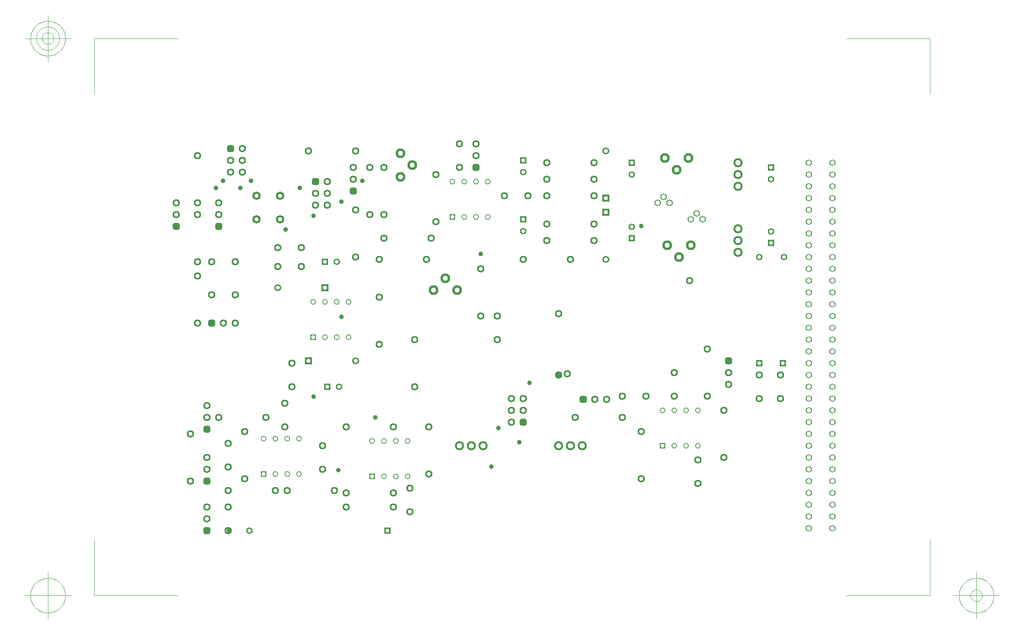
<source format=gbr>
G04 Generated by Ultiboard 10.0 *
%FSLAX25Y25*%
%MOIN*%

%ADD22C,0.00394*%
%ADD20C,0.03937*%
%ADD29C,0.06334X0.03500*%
%ADD30C,0.05500X0.04000*%
%ADD31C,0.08334X0.04333*%
%ADD32R,0.04900X0.04900X0.03500*%
%ADD33C,0.04900X0.03500*%
%ADD34C,0.05512X0.03150*%
%ADD35R,0.05512X0.05512X0.03150*%
%ADD36C,0.05906X0.03543*%
%ADD37R,0.05906X0.05906X0.03543*%
%ADD38R,0.02083X0.02083X0.03917*%
%ADD18C,0.03917*%
%ADD39C,0.07166X0.03500*%
%ADD40C,0.07834X0.04667*%
%ADD41C,0.05337X0.03937*%


G04 ColorRGB FF00CC for the following layer *
%LNL_uc100f6tzinnmaske Oberseite*%
%LPD*%
%FSLAX25Y25*%
%MOIN*%
G54D22*
X-17512Y-14937D02*
X-17512Y32308D01*
X-17512Y-14937D02*
X53291Y-14937D01*
X690512Y-14937D02*
X619709Y-14937D01*
X690512Y-14937D02*
X690512Y32308D01*
X690512Y457512D02*
X690512Y410267D01*
X690512Y457512D02*
X619709Y457512D01*
X-17512Y457512D02*
X53291Y457512D01*
X-17512Y457512D02*
X-17512Y410267D01*
X-37197Y-14937D02*
X-76567Y-14937D01*
X-56882Y-34622D02*
X-56882Y4748D01*
X-42118Y-14937D02*
X-42189Y-13490D01*
X-42189Y-13490D02*
X-42402Y-12057D01*
X-42402Y-12057D02*
X-42754Y-10651D01*
X-42754Y-10651D02*
X-43242Y-9287D01*
X-43242Y-9287D02*
X-43861Y-7977D01*
X-43861Y-7977D02*
X-44606Y-6735D01*
X-44606Y-6735D02*
X-45469Y-5571D01*
X-45469Y-5571D02*
X-46442Y-4497D01*
X-46442Y-4497D02*
X-47516Y-3524D01*
X-47516Y-3524D02*
X-48680Y-2661D01*
X-48680Y-2661D02*
X-49922Y-1917D01*
X-49922Y-1917D02*
X-51232Y-1297D01*
X-51232Y-1297D02*
X-52596Y-809D01*
X-52596Y-809D02*
X-54002Y-457D01*
X-54002Y-457D02*
X-55435Y-244D01*
X-55435Y-244D02*
X-56882Y-173D01*
X-56882Y-173D02*
X-58329Y-244D01*
X-58329Y-244D02*
X-59762Y-457D01*
X-59762Y-457D02*
X-61168Y-809D01*
X-61168Y-809D02*
X-62532Y-1297D01*
X-62532Y-1297D02*
X-63841Y-1917D01*
X-63841Y-1917D02*
X-65084Y-2661D01*
X-65084Y-2661D02*
X-66248Y-3524D01*
X-66248Y-3524D02*
X-67321Y-4497D01*
X-67321Y-4497D02*
X-68294Y-5571D01*
X-68294Y-5571D02*
X-69158Y-6735D01*
X-69158Y-6735D02*
X-69902Y-7977D01*
X-69902Y-7977D02*
X-70522Y-9287D01*
X-70522Y-9287D02*
X-71010Y-10651D01*
X-71010Y-10651D02*
X-71362Y-12057D01*
X-71362Y-12057D02*
X-71575Y-13490D01*
X-71575Y-13490D02*
X-71646Y-14937D01*
X-71646Y-14937D02*
X-71575Y-16384D01*
X-71575Y-16384D02*
X-71362Y-17817D01*
X-71362Y-17817D02*
X-71010Y-19223D01*
X-71010Y-19223D02*
X-70522Y-20587D01*
X-70522Y-20587D02*
X-69902Y-21897D01*
X-69902Y-21897D02*
X-69158Y-23139D01*
X-69158Y-23139D02*
X-68294Y-24303D01*
X-68294Y-24303D02*
X-67321Y-25377D01*
X-67321Y-25377D02*
X-66248Y-26350D01*
X-66248Y-26350D02*
X-65084Y-27213D01*
X-65084Y-27213D02*
X-63841Y-27957D01*
X-63841Y-27957D02*
X-62532Y-28577D01*
X-62532Y-28577D02*
X-61168Y-29065D01*
X-61168Y-29065D02*
X-59762Y-29417D01*
X-59762Y-29417D02*
X-58329Y-29630D01*
X-58329Y-29630D02*
X-56882Y-29701D01*
X-56882Y-29701D02*
X-55435Y-29630D01*
X-55435Y-29630D02*
X-54002Y-29417D01*
X-54002Y-29417D02*
X-52596Y-29065D01*
X-52596Y-29065D02*
X-51232Y-28577D01*
X-51232Y-28577D02*
X-49922Y-27957D01*
X-49922Y-27957D02*
X-48680Y-27213D01*
X-48680Y-27213D02*
X-47516Y-26350D01*
X-47516Y-26350D02*
X-46442Y-25377D01*
X-46442Y-25377D02*
X-45469Y-24303D01*
X-45469Y-24303D02*
X-44606Y-23139D01*
X-44606Y-23139D02*
X-43861Y-21897D01*
X-43861Y-21897D02*
X-43242Y-20587D01*
X-43242Y-20587D02*
X-42754Y-19223D01*
X-42754Y-19223D02*
X-42402Y-17817D01*
X-42402Y-17817D02*
X-42189Y-16384D01*
X-42189Y-16384D02*
X-42118Y-14937D01*
X710197Y-14937D02*
X749567Y-14937D01*
X729882Y-34622D02*
X729882Y4748D01*
X744646Y-14937D02*
X744575Y-13490D01*
X744575Y-13490D02*
X744362Y-12057D01*
X744362Y-12057D02*
X744010Y-10651D01*
X744010Y-10651D02*
X743522Y-9287D01*
X743522Y-9287D02*
X742902Y-7977D01*
X742902Y-7977D02*
X742158Y-6735D01*
X742158Y-6735D02*
X741294Y-5571D01*
X741294Y-5571D02*
X740321Y-4497D01*
X740321Y-4497D02*
X739248Y-3524D01*
X739248Y-3524D02*
X738084Y-2661D01*
X738084Y-2661D02*
X736841Y-1917D01*
X736841Y-1917D02*
X735532Y-1297D01*
X735532Y-1297D02*
X734168Y-809D01*
X734168Y-809D02*
X732762Y-457D01*
X732762Y-457D02*
X731329Y-244D01*
X731329Y-244D02*
X729882Y-173D01*
X729882Y-173D02*
X728435Y-244D01*
X728435Y-244D02*
X727002Y-457D01*
X727002Y-457D02*
X725596Y-809D01*
X725596Y-809D02*
X724232Y-1297D01*
X724232Y-1297D02*
X722922Y-1917D01*
X722922Y-1917D02*
X721680Y-2661D01*
X721680Y-2661D02*
X720516Y-3524D01*
X720516Y-3524D02*
X719442Y-4497D01*
X719442Y-4497D02*
X718469Y-5571D01*
X718469Y-5571D02*
X717606Y-6735D01*
X717606Y-6735D02*
X716861Y-7977D01*
X716861Y-7977D02*
X716242Y-9287D01*
X716242Y-9287D02*
X715754Y-10651D01*
X715754Y-10651D02*
X715402Y-12057D01*
X715402Y-12057D02*
X715189Y-13490D01*
X715189Y-13490D02*
X715118Y-14937D01*
X715118Y-14937D02*
X715189Y-16384D01*
X715189Y-16384D02*
X715402Y-17817D01*
X715402Y-17817D02*
X715754Y-19223D01*
X715754Y-19223D02*
X716242Y-20587D01*
X716242Y-20587D02*
X716861Y-21897D01*
X716861Y-21897D02*
X717606Y-23139D01*
X717606Y-23139D02*
X718469Y-24303D01*
X718469Y-24303D02*
X719442Y-25377D01*
X719442Y-25377D02*
X720516Y-26350D01*
X720516Y-26350D02*
X721680Y-27213D01*
X721680Y-27213D02*
X722922Y-27957D01*
X722922Y-27957D02*
X724232Y-28577D01*
X724232Y-28577D02*
X725596Y-29065D01*
X725596Y-29065D02*
X727002Y-29417D01*
X727002Y-29417D02*
X728435Y-29630D01*
X728435Y-29630D02*
X729882Y-29701D01*
X729882Y-29701D02*
X731329Y-29630D01*
X731329Y-29630D02*
X732762Y-29417D01*
X732762Y-29417D02*
X734168Y-29065D01*
X734168Y-29065D02*
X735532Y-28577D01*
X735532Y-28577D02*
X736841Y-27957D01*
X736841Y-27957D02*
X738084Y-27213D01*
X738084Y-27213D02*
X739248Y-26350D01*
X739248Y-26350D02*
X740321Y-25377D01*
X740321Y-25377D02*
X741294Y-24303D01*
X741294Y-24303D02*
X742158Y-23139D01*
X742158Y-23139D02*
X742902Y-21897D01*
X742902Y-21897D02*
X743522Y-20587D01*
X743522Y-20587D02*
X744010Y-19223D01*
X744010Y-19223D02*
X744362Y-17817D01*
X744362Y-17817D02*
X744575Y-16384D01*
X744575Y-16384D02*
X744646Y-14937D01*
X734803Y-14937D02*
X734779Y-14455D01*
X734779Y-14455D02*
X734709Y-13977D01*
X734709Y-13977D02*
X734591Y-13508D01*
X734591Y-13508D02*
X734429Y-13054D01*
X734429Y-13054D02*
X734222Y-12617D01*
X734222Y-12617D02*
X733974Y-12203D01*
X733974Y-12203D02*
X733686Y-11815D01*
X733686Y-11815D02*
X733362Y-11457D01*
X733362Y-11457D02*
X733004Y-11133D01*
X733004Y-11133D02*
X732616Y-10845D01*
X732616Y-10845D02*
X732202Y-10597D01*
X732202Y-10597D02*
X731765Y-10390D01*
X731765Y-10390D02*
X731310Y-10228D01*
X731310Y-10228D02*
X730842Y-10110D01*
X730842Y-10110D02*
X730364Y-10039D01*
X730364Y-10039D02*
X729882Y-10016D01*
X729882Y-10016D02*
X729400Y-10039D01*
X729400Y-10039D02*
X728922Y-10110D01*
X728922Y-10110D02*
X728453Y-10228D01*
X728453Y-10228D02*
X727999Y-10390D01*
X727999Y-10390D02*
X727562Y-10597D01*
X727562Y-10597D02*
X727148Y-10845D01*
X727148Y-10845D02*
X726760Y-11133D01*
X726760Y-11133D02*
X726402Y-11457D01*
X726402Y-11457D02*
X726078Y-11815D01*
X726078Y-11815D02*
X725790Y-12203D01*
X725790Y-12203D02*
X725542Y-12617D01*
X725542Y-12617D02*
X725335Y-13054D01*
X725335Y-13054D02*
X725173Y-13508D01*
X725173Y-13508D02*
X725055Y-13977D01*
X725055Y-13977D02*
X724984Y-14455D01*
X724984Y-14455D02*
X724961Y-14937D01*
X724961Y-14937D02*
X724984Y-15419D01*
X724984Y-15419D02*
X725055Y-15897D01*
X725055Y-15897D02*
X725173Y-16366D01*
X725173Y-16366D02*
X725335Y-16820D01*
X725335Y-16820D02*
X725542Y-17257D01*
X725542Y-17257D02*
X725790Y-17671D01*
X725790Y-17671D02*
X726078Y-18059D01*
X726078Y-18059D02*
X726402Y-18417D01*
X726402Y-18417D02*
X726760Y-18741D01*
X726760Y-18741D02*
X727148Y-19029D01*
X727148Y-19029D02*
X727562Y-19277D01*
X727562Y-19277D02*
X727999Y-19484D01*
X727999Y-19484D02*
X728453Y-19646D01*
X728453Y-19646D02*
X728922Y-19764D01*
X728922Y-19764D02*
X729400Y-19835D01*
X729400Y-19835D02*
X729882Y-19858D01*
X729882Y-19858D02*
X730364Y-19835D01*
X730364Y-19835D02*
X730842Y-19764D01*
X730842Y-19764D02*
X731310Y-19646D01*
X731310Y-19646D02*
X731765Y-19484D01*
X731765Y-19484D02*
X732202Y-19277D01*
X732202Y-19277D02*
X732616Y-19029D01*
X732616Y-19029D02*
X733004Y-18741D01*
X733004Y-18741D02*
X733362Y-18417D01*
X733362Y-18417D02*
X733686Y-18059D01*
X733686Y-18059D02*
X733974Y-17671D01*
X733974Y-17671D02*
X734222Y-17257D01*
X734222Y-17257D02*
X734429Y-16820D01*
X734429Y-16820D02*
X734591Y-16366D01*
X734591Y-16366D02*
X734709Y-15897D01*
X734709Y-15897D02*
X734779Y-15419D01*
X734779Y-15419D02*
X734803Y-14937D01*
X-37197Y457512D02*
X-76567Y457512D01*
X-56882Y437827D02*
X-56882Y477197D01*
X-42118Y457512D02*
X-42189Y458959D01*
X-42189Y458959D02*
X-42402Y460392D01*
X-42402Y460392D02*
X-42754Y461798D01*
X-42754Y461798D02*
X-43242Y463162D01*
X-43242Y463162D02*
X-43861Y464471D01*
X-43861Y464471D02*
X-44606Y465714D01*
X-44606Y465714D02*
X-45469Y466878D01*
X-45469Y466878D02*
X-46442Y467951D01*
X-46442Y467951D02*
X-47516Y468924D01*
X-47516Y468924D02*
X-48680Y469787D01*
X-48680Y469787D02*
X-49922Y470532D01*
X-49922Y470532D02*
X-51232Y471152D01*
X-51232Y471152D02*
X-52596Y471640D01*
X-52596Y471640D02*
X-54002Y471992D01*
X-54002Y471992D02*
X-55435Y472205D01*
X-55435Y472205D02*
X-56882Y472276D01*
X-56882Y472276D02*
X-58329Y472205D01*
X-58329Y472205D02*
X-59762Y471992D01*
X-59762Y471992D02*
X-61168Y471640D01*
X-61168Y471640D02*
X-62532Y471152D01*
X-62532Y471152D02*
X-63841Y470532D01*
X-63841Y470532D02*
X-65084Y469787D01*
X-65084Y469787D02*
X-66248Y468924D01*
X-66248Y468924D02*
X-67321Y467951D01*
X-67321Y467951D02*
X-68294Y466878D01*
X-68294Y466878D02*
X-69158Y465714D01*
X-69158Y465714D02*
X-69902Y464471D01*
X-69902Y464471D02*
X-70522Y463162D01*
X-70522Y463162D02*
X-71010Y461798D01*
X-71010Y461798D02*
X-71362Y460392D01*
X-71362Y460392D02*
X-71575Y458959D01*
X-71575Y458959D02*
X-71646Y457512D01*
X-71646Y457512D02*
X-71575Y456065D01*
X-71575Y456065D02*
X-71362Y454632D01*
X-71362Y454632D02*
X-71010Y453226D01*
X-71010Y453226D02*
X-70522Y451862D01*
X-70522Y451862D02*
X-69902Y450552D01*
X-69902Y450552D02*
X-69158Y449310D01*
X-69158Y449310D02*
X-68294Y448146D01*
X-68294Y448146D02*
X-67321Y447072D01*
X-67321Y447072D02*
X-66248Y446099D01*
X-66248Y446099D02*
X-65084Y445236D01*
X-65084Y445236D02*
X-63841Y444491D01*
X-63841Y444491D02*
X-62532Y443872D01*
X-62532Y443872D02*
X-61168Y443384D01*
X-61168Y443384D02*
X-59762Y443032D01*
X-59762Y443032D02*
X-58329Y442819D01*
X-58329Y442819D02*
X-56882Y442748D01*
X-56882Y442748D02*
X-55435Y442819D01*
X-55435Y442819D02*
X-54002Y443032D01*
X-54002Y443032D02*
X-52596Y443384D01*
X-52596Y443384D02*
X-51232Y443872D01*
X-51232Y443872D02*
X-49922Y444491D01*
X-49922Y444491D02*
X-48680Y445236D01*
X-48680Y445236D02*
X-47516Y446099D01*
X-47516Y446099D02*
X-46442Y447072D01*
X-46442Y447072D02*
X-45469Y448146D01*
X-45469Y448146D02*
X-44606Y449310D01*
X-44606Y449310D02*
X-43861Y450552D01*
X-43861Y450552D02*
X-43242Y451862D01*
X-43242Y451862D02*
X-42754Y453226D01*
X-42754Y453226D02*
X-42402Y454632D01*
X-42402Y454632D02*
X-42189Y456065D01*
X-42189Y456065D02*
X-42118Y457512D01*
X-47039Y457512D02*
X-47087Y458477D01*
X-47087Y458477D02*
X-47228Y459432D01*
X-47228Y459432D02*
X-47463Y460369D01*
X-47463Y460369D02*
X-47789Y461278D01*
X-47789Y461278D02*
X-48202Y462152D01*
X-48202Y462152D02*
X-48698Y462980D01*
X-48698Y462980D02*
X-49274Y463756D01*
X-49274Y463756D02*
X-49922Y464472D01*
X-49922Y464472D02*
X-50638Y465120D01*
X-50638Y465120D02*
X-51414Y465696D01*
X-51414Y465696D02*
X-52242Y466192D01*
X-52242Y466192D02*
X-53115Y466605D01*
X-53115Y466605D02*
X-54025Y466931D01*
X-54025Y466931D02*
X-54962Y467165D01*
X-54962Y467165D02*
X-55917Y467307D01*
X-55917Y467307D02*
X-56882Y467354D01*
X-56882Y467354D02*
X-57847Y467307D01*
X-57847Y467307D02*
X-58802Y467165D01*
X-58802Y467165D02*
X-59739Y466931D01*
X-59739Y466931D02*
X-60648Y466605D01*
X-60648Y466605D02*
X-61522Y466192D01*
X-61522Y466192D02*
X-62350Y465696D01*
X-62350Y465696D02*
X-63126Y465120D01*
X-63126Y465120D02*
X-63842Y464472D01*
X-63842Y464472D02*
X-64490Y463756D01*
X-64490Y463756D02*
X-65066Y462980D01*
X-65066Y462980D02*
X-65562Y462152D01*
X-65562Y462152D02*
X-65975Y461278D01*
X-65975Y461278D02*
X-66301Y460369D01*
X-66301Y460369D02*
X-66535Y459432D01*
X-66535Y459432D02*
X-66677Y458477D01*
X-66677Y458477D02*
X-66724Y457512D01*
X-66724Y457512D02*
X-66677Y456547D01*
X-66677Y456547D02*
X-66535Y455592D01*
X-66535Y455592D02*
X-66301Y454655D01*
X-66301Y454655D02*
X-65975Y453745D01*
X-65975Y453745D02*
X-65562Y452872D01*
X-65562Y452872D02*
X-65066Y452044D01*
X-65066Y452044D02*
X-64490Y451268D01*
X-64490Y451268D02*
X-63842Y450552D01*
X-63842Y450552D02*
X-63126Y449903D01*
X-63126Y449903D02*
X-62350Y449328D01*
X-62350Y449328D02*
X-61522Y448831D01*
X-61522Y448831D02*
X-60648Y448419D01*
X-60648Y448419D02*
X-59739Y448093D01*
X-59739Y448093D02*
X-58802Y447858D01*
X-58802Y447858D02*
X-57847Y447717D01*
X-57847Y447717D02*
X-56882Y447669D01*
X-56882Y447669D02*
X-55917Y447717D01*
X-55917Y447717D02*
X-54962Y447858D01*
X-54962Y447858D02*
X-54025Y448093D01*
X-54025Y448093D02*
X-53115Y448419D01*
X-53115Y448419D02*
X-52242Y448831D01*
X-52242Y448831D02*
X-51414Y449328D01*
X-51414Y449328D02*
X-50638Y449903D01*
X-50638Y449903D02*
X-49922Y450552D01*
X-49922Y450552D02*
X-49274Y451268D01*
X-49274Y451268D02*
X-48698Y452044D01*
X-48698Y452044D02*
X-48202Y452872D01*
X-48202Y452872D02*
X-47789Y453745D01*
X-47789Y453745D02*
X-47463Y454655D01*
X-47463Y454655D02*
X-47228Y455592D01*
X-47228Y455592D02*
X-47087Y456547D01*
X-47087Y456547D02*
X-47039Y457512D01*
X-51961Y457512D02*
X-51984Y457994D01*
X-51984Y457994D02*
X-52055Y458472D01*
X-52055Y458472D02*
X-52173Y458940D01*
X-52173Y458940D02*
X-52335Y459395D01*
X-52335Y459395D02*
X-52542Y459832D01*
X-52542Y459832D02*
X-52790Y460246D01*
X-52790Y460246D02*
X-53078Y460634D01*
X-53078Y460634D02*
X-53402Y460992D01*
X-53402Y460992D02*
X-53760Y461316D01*
X-53760Y461316D02*
X-54148Y461604D01*
X-54148Y461604D02*
X-54562Y461852D01*
X-54562Y461852D02*
X-54999Y462058D01*
X-54999Y462058D02*
X-55453Y462221D01*
X-55453Y462221D02*
X-55922Y462339D01*
X-55922Y462339D02*
X-56400Y462409D01*
X-56400Y462409D02*
X-56882Y462433D01*
X-56882Y462433D02*
X-57364Y462409D01*
X-57364Y462409D02*
X-57842Y462339D01*
X-57842Y462339D02*
X-58310Y462221D01*
X-58310Y462221D02*
X-58765Y462058D01*
X-58765Y462058D02*
X-59202Y461852D01*
X-59202Y461852D02*
X-59616Y461604D01*
X-59616Y461604D02*
X-60004Y461316D01*
X-60004Y461316D02*
X-60362Y460992D01*
X-60362Y460992D02*
X-60686Y460634D01*
X-60686Y460634D02*
X-60974Y460246D01*
X-60974Y460246D02*
X-61222Y459832D01*
X-61222Y459832D02*
X-61429Y459395D01*
X-61429Y459395D02*
X-61591Y458940D01*
X-61591Y458940D02*
X-61709Y458472D01*
X-61709Y458472D02*
X-61779Y457994D01*
X-61779Y457994D02*
X-61803Y457512D01*
X-61803Y457512D02*
X-61779Y457029D01*
X-61779Y457029D02*
X-61709Y456552D01*
X-61709Y456552D02*
X-61591Y456083D01*
X-61591Y456083D02*
X-61429Y455629D01*
X-61429Y455629D02*
X-61222Y455192D01*
X-61222Y455192D02*
X-60974Y454778D01*
X-60974Y454778D02*
X-60686Y454390D01*
X-60686Y454390D02*
X-60362Y454032D01*
X-60362Y454032D02*
X-60004Y453708D01*
X-60004Y453708D02*
X-59616Y453420D01*
X-59616Y453420D02*
X-59202Y453172D01*
X-59202Y453172D02*
X-58765Y452965D01*
X-58765Y452965D02*
X-58310Y452802D01*
X-58310Y452802D02*
X-57842Y452685D01*
X-57842Y452685D02*
X-57364Y452614D01*
X-57364Y452614D02*
X-56882Y452591D01*
X-56882Y452591D02*
X-56400Y452614D01*
X-56400Y452614D02*
X-55922Y452685D01*
X-55922Y452685D02*
X-55453Y452802D01*
X-55453Y452802D02*
X-54999Y452965D01*
X-54999Y452965D02*
X-54562Y453172D01*
X-54562Y453172D02*
X-54148Y453420D01*
X-54148Y453420D02*
X-53760Y453708D01*
X-53760Y453708D02*
X-53402Y454032D01*
X-53402Y454032D02*
X-53078Y454390D01*
X-53078Y454390D02*
X-52790Y454778D01*
X-52790Y454778D02*
X-52542Y455192D01*
X-52542Y455192D02*
X-52335Y455629D01*
X-52335Y455629D02*
X-52173Y456083D01*
X-52173Y456083D02*
X-52055Y456552D01*
X-52055Y456552D02*
X-51984Y457029D01*
X-51984Y457029D02*
X-51961Y457512D01*
G54D20*
X96500Y40000D03*
X189165Y91535D03*
X191929Y221457D03*
X168307Y153543D03*
X220646Y135874D03*
X91535Y336614D03*
X85630Y330709D03*
X106299Y330709D03*
X115157Y336614D03*
X191929Y318898D03*
X144685Y295276D03*
X168307Y307087D03*
X156496Y330709D03*
X209646Y336614D03*
X376000Y172000D03*
X324803Y126969D03*
X318898Y94488D03*
X342520Y115157D03*
X351378Y165354D03*
X310039Y274606D03*
X445866Y298228D03*
G54D29*
X494000Y80000D03*
X494000Y100000D03*
X502000Y154000D03*
X502000Y194000D03*
X254000Y162000D03*
X254000Y202000D03*
X224000Y270000D03*
X264000Y270000D03*
X228000Y288000D03*
X268000Y288000D03*
X250000Y56000D03*
X250000Y76000D03*
X158000Y264000D03*
X138000Y264000D03*
X82000Y240000D03*
X102000Y240000D03*
X70000Y216000D03*
X70000Y256000D03*
X96000Y74000D03*
X136000Y74000D03*
X128000Y136000D03*
X88000Y136000D03*
X110000Y124000D03*
X110000Y84000D03*
X78000Y136000D03*
X78000Y146000D03*
X64000Y82000D03*
X64000Y122000D03*
X96000Y60000D03*
X96000Y40000D03*
X78000Y60000D03*
X78000Y50000D03*
X96000Y94000D03*
X96000Y114000D03*
X78000Y92000D03*
X78000Y102000D03*
X92000Y216000D03*
X102000Y216000D03*
X144000Y128000D03*
X144000Y148000D03*
X196000Y128000D03*
X236000Y128000D03*
X186000Y74000D03*
X146000Y74000D03*
X176000Y92000D03*
X176000Y112000D03*
X196000Y60000D03*
X236000Y60000D03*
X196000Y72000D03*
X236000Y72000D03*
X150000Y162000D03*
X150000Y182000D03*
X224000Y198000D03*
X224000Y238000D03*
X52000Y318000D03*
X52000Y308000D03*
X70000Y318000D03*
X70000Y358000D03*
X88000Y318000D03*
X88000Y308000D03*
X82000Y268000D03*
X102000Y268000D03*
X70000Y268000D03*
X70000Y308000D03*
X98000Y344000D03*
X108000Y344000D03*
X108000Y364000D03*
X108000Y354000D03*
X98000Y354000D03*
X164000Y362000D03*
X204000Y362000D03*
X180000Y316000D03*
X170000Y316000D03*
X170000Y326000D03*
X180000Y326000D03*
X180000Y336000D03*
X158000Y280000D03*
X138000Y280000D03*
X228000Y308000D03*
X228000Y348000D03*
X204000Y312000D03*
X204000Y272000D03*
X216000Y308000D03*
X216000Y348000D03*
X202000Y348000D03*
X202000Y338000D03*
X487000Y252000D03*
X383234Y173057D03*
X310000Y222000D03*
X310000Y262000D03*
X376000Y172000D03*
X376000Y224000D03*
X266000Y128000D03*
X266000Y88000D03*
X346000Y142000D03*
X346000Y152000D03*
X336000Y142000D03*
X336000Y132000D03*
X336000Y152000D03*
X324000Y222000D03*
X324000Y202000D03*
X446000Y124000D03*
X446000Y84000D03*
X474000Y154000D03*
X474000Y174000D03*
X430000Y154000D03*
X450000Y154000D03*
X390000Y136000D03*
X430000Y136000D03*
X406708Y151292D03*
X416708Y151292D03*
X346000Y270000D03*
X386000Y270000D03*
X366000Y324000D03*
X406000Y324000D03*
X366000Y338000D03*
X406000Y338000D03*
X366000Y352000D03*
X406000Y352000D03*
X366000Y286000D03*
X406000Y286000D03*
X366000Y300000D03*
X406000Y300000D03*
X306000Y358000D03*
X306000Y368000D03*
X272000Y302000D03*
X272000Y342000D03*
X292000Y348000D03*
X292000Y368000D03*
X330000Y324000D03*
X350000Y324000D03*
X516000Y102000D03*
X516000Y142000D03*
X564000Y152000D03*
X564000Y172000D03*
X520000Y174000D03*
X520000Y164000D03*
X546000Y152000D03*
X546000Y172000D03*
G54D30*
X488000Y304000D03*
X493000Y309000D03*
X498000Y304000D03*
X470000Y318000D03*
X460000Y318000D03*
X465000Y323000D03*
G54D31*
X252000Y350000D03*
X242000Y340000D03*
X242000Y360000D03*
X280000Y254000D03*
X270000Y244000D03*
X290000Y244000D03*
X468000Y282000D03*
X488000Y282000D03*
X478000Y272000D03*
X476000Y346000D03*
X466000Y356000D03*
X486000Y356000D03*
G54D32*
X218000Y86000D03*
X126000Y88000D03*
X168000Y204000D03*
X464000Y112000D03*
X286000Y306000D03*
G54D33*
X218000Y116000D03*
X238000Y86000D03*
X228000Y86000D03*
X248000Y86000D03*
X238000Y116000D03*
X228000Y116000D03*
X248000Y116000D03*
X126000Y118000D03*
X156000Y118000D03*
X156000Y88000D03*
X136000Y88000D03*
X146000Y88000D03*
X136000Y118000D03*
X146000Y118000D03*
X188000Y204000D03*
X188000Y234000D03*
X178000Y204000D03*
X168000Y234000D03*
X178000Y234000D03*
X198000Y204000D03*
X198000Y234000D03*
X474000Y112000D03*
X484000Y112000D03*
X494000Y112000D03*
X474000Y142000D03*
X464000Y142000D03*
X484000Y142000D03*
X494000Y142000D03*
X316000Y336000D03*
X316000Y306000D03*
X296000Y306000D03*
X306000Y306000D03*
X286000Y336000D03*
X296000Y336000D03*
X306000Y336000D03*
G54D34*
X187843Y268000D03*
X114000Y40000D03*
X189843Y162000D03*
X346000Y294157D03*
X346000Y344157D03*
X438000Y297843D03*
X438000Y342157D03*
X567000Y272000D03*
X546000Y272000D03*
X556000Y338157D03*
X556000Y293843D03*
G54D35*
X178000Y268000D03*
X231000Y40000D03*
X180000Y162000D03*
X346000Y304000D03*
X346000Y354000D03*
X438000Y288000D03*
X438000Y352000D03*
X566000Y182000D03*
X546000Y182000D03*
X556000Y348000D03*
X556000Y284000D03*
G54D36*
X138000Y246000D03*
X204000Y184000D03*
X416000Y270000D03*
X416000Y362000D03*
G54D37*
X178000Y246000D03*
X164000Y184000D03*
X416000Y310000D03*
X416000Y322000D03*
G54D38*
X78000Y126000D03*
X78000Y40000D03*
X78000Y82000D03*
X82000Y216000D03*
X52000Y298000D03*
X88000Y298000D03*
X98000Y364000D03*
X170000Y336000D03*
X202000Y328000D03*
X346000Y132000D03*
X396708Y151292D03*
X306000Y348000D03*
X520000Y184000D03*
G54D18*
X76959Y124959D02*
X79041Y124959D01*
X79041Y127041D01*
X76959Y127041D01*
X76959Y124959D01*D02*
X76959Y38959D02*
X79041Y38959D01*
X79041Y41041D01*
X76959Y41041D01*
X76959Y38959D01*D02*
X76959Y80959D02*
X79041Y80959D01*
X79041Y83041D01*
X76959Y83041D01*
X76959Y80959D01*D02*
X80959Y214959D02*
X83041Y214959D01*
X83041Y217041D01*
X80959Y217041D01*
X80959Y214959D01*D02*
X50959Y296959D02*
X53041Y296959D01*
X53041Y299041D01*
X50959Y299041D01*
X50959Y296959D01*D02*
X86959Y296959D02*
X89041Y296959D01*
X89041Y299041D01*
X86959Y299041D01*
X86959Y296959D01*D02*
X96959Y362959D02*
X99041Y362959D01*
X99041Y365041D01*
X96959Y365041D01*
X96959Y362959D01*D02*
X168959Y334959D02*
X171041Y334959D01*
X171041Y337041D01*
X168959Y337041D01*
X168959Y334959D01*D02*
X200959Y326959D02*
X203041Y326959D01*
X203041Y329041D01*
X200959Y329041D01*
X200959Y326959D01*D02*
X344959Y130959D02*
X347041Y130959D01*
X347041Y133041D01*
X344959Y133041D01*
X344959Y130959D01*D02*
X395667Y150251D02*
X397749Y150251D01*
X397749Y152333D01*
X395667Y152333D01*
X395667Y150251D01*D02*
X304959Y346959D02*
X307041Y346959D01*
X307041Y349041D01*
X304959Y349041D01*
X304959Y346959D01*D02*
X518959Y182959D02*
X521041Y182959D01*
X521041Y185041D01*
X518959Y185041D01*
X518959Y182959D01*D02*
G54D39*
X120000Y304000D03*
X120000Y324000D03*
X140000Y304000D03*
X140000Y324000D03*
G54D40*
X376000Y112000D03*
X396000Y112000D03*
X386000Y112000D03*
X312000Y112000D03*
X302000Y112000D03*
X292000Y112000D03*
X528000Y286000D03*
X528000Y276000D03*
X528000Y296000D03*
X528000Y342000D03*
X528000Y332000D03*
X528000Y352000D03*
G54D41*
X588000Y252000D03*
X607921Y252000D03*
X588000Y62000D03*
X607921Y62000D03*
X588000Y42000D03*
X588000Y52000D03*
X607921Y42000D03*
X607921Y52000D03*
X588000Y92000D03*
X588000Y72000D03*
X588000Y82000D03*
X588000Y112000D03*
X588000Y102000D03*
X588000Y122000D03*
X607921Y92000D03*
X607921Y72000D03*
X607921Y82000D03*
X607921Y112000D03*
X607921Y102000D03*
X607921Y122000D03*
X588000Y192000D03*
X607921Y192000D03*
X588000Y142000D03*
X588000Y132000D03*
X588000Y152000D03*
X588000Y172000D03*
X588000Y162000D03*
X588000Y182000D03*
X607921Y142000D03*
X607921Y132000D03*
X607921Y152000D03*
X607921Y172000D03*
X607921Y162000D03*
X607921Y182000D03*
X588000Y222000D03*
X588000Y202000D03*
X588000Y212000D03*
X588000Y232000D03*
X588000Y242000D03*
X607921Y222000D03*
X607921Y202000D03*
X607921Y212000D03*
X607921Y232000D03*
X607921Y242000D03*
X588000Y282000D03*
X588000Y262000D03*
X588000Y272000D03*
X588000Y292000D03*
X588000Y312000D03*
X588000Y302000D03*
X607921Y282000D03*
X607921Y262000D03*
X607921Y272000D03*
X607921Y292000D03*
X607921Y312000D03*
X607921Y302000D03*
X588000Y332000D03*
X588000Y322000D03*
X588000Y342000D03*
X588000Y352000D03*
X607921Y332000D03*
X607921Y322000D03*
X607921Y342000D03*
X607921Y352000D03*

M00*

</source>
